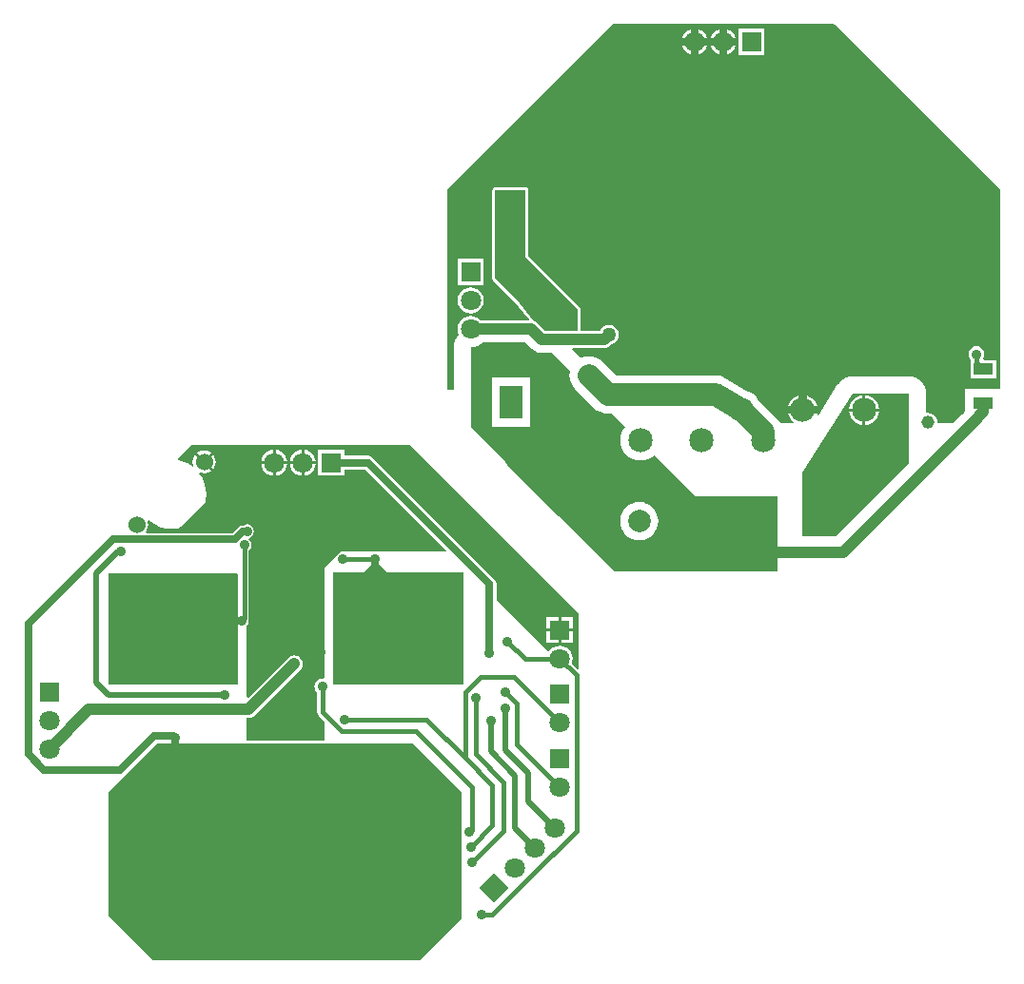
<source format=gtl>
G04 Layer_Physical_Order=1*
G04 Layer_Color=255*
%FSLAX44Y44*%
%MOMM*%
G71*
G01*
G75*
%ADD10R,1.8034X1.1120*%
%ADD11C,0.7000*%
%ADD12C,0.4000*%
%ADD13C,2.0000*%
%ADD14C,1.0000*%
%ADD15C,0.5000*%
%ADD16C,2.1590*%
%ADD17R,2.0000X3.0000*%
%ADD18R,2.0000X2.0000*%
%ADD19C,1.8000*%
%ADD20R,1.8000X1.8000*%
%ADD21R,1.8000X1.8000*%
%ADD22C,2.0000*%
%ADD23C,1.1684*%
%ADD24P,2.5456X4X90.0*%
%ADD25C,1.5240*%
%ADD26C,0.9000*%
%ADD27C,0.7000*%
%ADD28C,1.2700*%
%ADD29C,1.5000*%
G36*
X790000Y480000D02*
X725000Y415000D01*
X695000D01*
X695000Y471250D01*
X739517Y542000D01*
X790000D01*
Y480000D01*
D02*
G37*
G36*
X454441Y581401D02*
X456948Y579478D01*
X459867Y578269D01*
X463000Y577856D01*
X472144D01*
X488344Y561656D01*
X488246Y561333D01*
X487917Y558000D01*
X488246Y554667D01*
X489218Y551463D01*
X490796Y548510D01*
X492921Y545921D01*
X509921Y528921D01*
X509921Y528921D01*
X512509Y526797D01*
X515463Y525218D01*
X518667Y524246D01*
X522000Y523918D01*
X526082D01*
X537905Y512095D01*
X536132Y509934D01*
X534480Y506843D01*
X533462Y503488D01*
X533119Y500000D01*
X533462Y496511D01*
X534480Y493157D01*
X536132Y490066D01*
X538356Y487356D01*
X541066Y485132D01*
X544157Y483480D01*
X547512Y482462D01*
X551000Y482119D01*
X554488Y482462D01*
X557843Y483480D01*
X560934Y485132D01*
X563095Y486905D01*
X600089Y449911D01*
X672919Y449911D01*
X672988Y384240D01*
X672091Y383341D01*
X528455D01*
X480898Y430898D01*
X479171Y432224D01*
X478497Y432503D01*
X432503Y478497D01*
X432224Y479171D01*
X430898Y480898D01*
X400000Y511796D01*
Y583123D01*
X403136Y583432D01*
X406153Y584346D01*
X408932Y585832D01*
X410473Y587096D01*
X448746D01*
X454441Y581401D01*
D02*
G37*
G36*
X871115Y723391D02*
Y546102D01*
X840233D01*
Y526542D01*
X838748Y525057D01*
X837346Y523229D01*
X829116Y515000D01*
X816286D01*
X815448Y515955D01*
X815454Y516000D01*
X815166Y518188D01*
X814322Y520227D01*
X812978Y521978D01*
X811227Y523322D01*
X809188Y524166D01*
X807000Y524454D01*
X806027Y524326D01*
X805073Y525164D01*
Y542000D01*
X804783Y544940D01*
X803925Y547768D01*
X802532Y550374D01*
X800658Y552658D01*
X798374Y554532D01*
X795768Y555925D01*
X792941Y556783D01*
X790000Y557073D01*
X739517D01*
X739311Y557052D01*
X739104Y557067D01*
X737841Y556908D01*
X736576Y556783D01*
X736378Y556723D01*
X736172Y556697D01*
X734965Y556294D01*
X733749Y555925D01*
X733566Y555827D01*
X733369Y555762D01*
X732264Y555132D01*
X731143Y554532D01*
X730983Y554401D01*
X730803Y554298D01*
X729842Y553465D01*
X728859Y552658D01*
X728727Y552497D01*
X728571Y552362D01*
X727792Y551357D01*
X726984Y550374D01*
X726887Y550191D01*
X726760Y550027D01*
X709162Y522059D01*
X708029Y522644D01*
X708384Y523500D01*
X682416D01*
X683752Y520275D01*
X685889Y517489D01*
X687478Y516270D01*
X687047Y515000D01*
X675521D01*
X674403Y517090D01*
X672279Y519679D01*
X672279Y519679D01*
X656407Y535551D01*
X655668Y536934D01*
X653444Y539644D01*
X650734Y541868D01*
X647643Y543520D01*
X645380Y544206D01*
X626641Y555597D01*
X625461Y556165D01*
X624305Y556782D01*
X623954Y556889D01*
X623623Y557048D01*
X622354Y557374D01*
X621101Y557754D01*
X620736Y557790D01*
X620380Y557882D01*
X619072Y557954D01*
X617768Y558082D01*
X529075D01*
X517079Y570079D01*
X514490Y572203D01*
X511537Y573782D01*
X508332Y574754D01*
X505000Y575082D01*
X501667Y574754D01*
X498463Y573782D01*
X497857Y573458D01*
X490134Y581182D01*
X490620Y582355D01*
X518960D01*
X520928Y582614D01*
X521872Y583005D01*
X522762Y583374D01*
X524338Y584582D01*
X525060Y585304D01*
X525321Y585339D01*
X527483Y586235D01*
X529340Y587660D01*
X530765Y589517D01*
X531661Y591679D01*
X531967Y594000D01*
X531661Y596321D01*
X530765Y598483D01*
X529340Y600340D01*
X527483Y601765D01*
X525321Y602661D01*
X523000Y602967D01*
X520679Y602661D01*
X518517Y601765D01*
X516660Y600340D01*
X515235Y598483D01*
X514854Y597565D01*
X497590D01*
Y609000D01*
Y617000D01*
X497393Y617991D01*
X496831Y618831D01*
X487831Y627831D01*
X451590Y664073D01*
Y700000D01*
Y723000D01*
X451393Y723991D01*
X450831Y724831D01*
X449991Y725393D01*
X449000Y725590D01*
X422000D01*
X421009Y725393D01*
X420169Y724831D01*
X419607Y723991D01*
X419410Y723000D01*
Y644000D01*
X419607Y643009D01*
X420169Y642169D01*
X438086Y624252D01*
X451666Y607955D01*
X451128Y606805D01*
X408710D01*
X408230Y607430D01*
X405820Y609280D01*
X403013Y610443D01*
X400000Y610840D01*
X396987Y610443D01*
X394180Y609280D01*
X391770Y607430D01*
X389920Y605020D01*
X388757Y602212D01*
X388360Y599200D01*
X388757Y596188D01*
X389650Y594033D01*
X389342Y593781D01*
X388872Y593208D01*
X388349Y592685D01*
X387937Y592069D01*
X387468Y591497D01*
X387119Y590844D01*
X386707Y590228D01*
X386424Y589544D01*
X386075Y588891D01*
X385860Y588182D01*
X385576Y587498D01*
X385432Y586772D01*
X385217Y586063D01*
X385145Y585326D01*
X385000Y584600D01*
Y583859D01*
X384927Y583123D01*
Y545114D01*
X378885D01*
Y723391D01*
X526609Y871115D01*
X723391D01*
X871115Y723391D01*
D02*
G37*
G36*
X449000Y700000D02*
Y663000D01*
X486000Y626000D01*
X495000Y617000D01*
Y609000D01*
Y597565D01*
X466150D01*
X459138Y604578D01*
X457562Y605786D01*
X456466Y606240D01*
X440000Y626000D01*
X422000Y644000D01*
Y723000D01*
X449000D01*
Y700000D01*
D02*
G37*
G36*
X392000Y187000D02*
Y74000D01*
X354750Y36750D01*
X117605Y36750D01*
X78000Y76355D01*
Y163700D01*
Y187000D01*
X121011Y230011D01*
X348989D01*
X392000Y187000D01*
D02*
G37*
G36*
X496115Y346385D02*
Y296940D01*
X494942Y296454D01*
X490000Y301397D01*
X490493Y302588D01*
X490890Y305600D01*
X490493Y308612D01*
X489330Y311420D01*
X487480Y313830D01*
X485070Y315680D01*
X482262Y316843D01*
X479250Y317239D01*
X476237Y316843D01*
X473430Y315680D01*
X471020Y313830D01*
X469934Y312416D01*
X468667Y312333D01*
X422929Y358071D01*
Y372396D01*
X422460Y374752D01*
X421125Y376750D01*
X313471Y484405D01*
X311473Y485740D01*
X309116Y486208D01*
X287590D01*
Y491590D01*
X264510D01*
Y468510D01*
X287590D01*
Y473892D01*
X306565D01*
X378284Y402173D01*
X377798Y401000D01*
X284750D01*
X283656Y399906D01*
X283561Y399887D01*
X281494Y398506D01*
X280113Y396439D01*
X280094Y396344D01*
X270308Y386558D01*
X270308Y288942D01*
X269038Y287964D01*
X268000Y288101D01*
X266162Y287859D01*
X264450Y287149D01*
X262979Y286021D01*
X261851Y284550D01*
X261141Y282838D01*
X260899Y281000D01*
X261141Y279162D01*
X261851Y277450D01*
X262979Y275979D01*
X263371Y275678D01*
Y258000D01*
X263371Y258000D01*
X263723Y256229D01*
X264727Y254727D01*
X270308Y249146D01*
Y232250D01*
X201000Y232250D01*
Y252895D01*
X202500D01*
X204468Y253154D01*
X206303Y253914D01*
X207878Y255122D01*
X248378Y295622D01*
X249586Y297197D01*
X250346Y299032D01*
X250605Y301000D01*
X250346Y302968D01*
X249586Y304802D01*
X248378Y306378D01*
X246803Y307586D01*
X244968Y308346D01*
X243000Y308605D01*
X241032Y308346D01*
X239197Y307586D01*
X237622Y306378D01*
X202173Y270928D01*
X201000Y271415D01*
X201000Y335233D01*
X201887Y336561D01*
X202372Y339000D01*
X202099Y340373D01*
X202323Y341500D01*
Y401579D01*
X203319Y402244D01*
X204700Y404311D01*
X205185Y406750D01*
X204700Y409189D01*
X203319Y411256D01*
X202652Y411702D01*
X202920Y413050D01*
X203461Y413158D01*
X205529Y414539D01*
X206910Y416606D01*
X207395Y419045D01*
X206910Y421484D01*
X205529Y423551D01*
X203461Y424932D01*
X201022Y425418D01*
X198584Y424932D01*
X197784Y424398D01*
X197319D01*
X195270Y423990D01*
X193534Y422830D01*
X188057Y417353D01*
X111539D01*
X110913Y418623D01*
X111875Y419876D01*
X112899Y422348D01*
X113248Y425000D01*
X112899Y427652D01*
X112703Y428123D01*
X113760Y428891D01*
X115901Y427063D01*
X120057Y424515D01*
X124562Y422650D01*
X129302Y421512D01*
X134162Y421129D01*
X138786Y421493D01*
X139023Y421512D01*
X140021Y421751D01*
X140015Y421783D01*
X140782Y421935D01*
X142042Y422777D01*
X163223Y443958D01*
X164065Y445218D01*
X164219Y445995D01*
X164254Y445988D01*
X164475Y446908D01*
X164501Y447230D01*
X164858Y451776D01*
X164475Y456644D01*
X163335Y461392D01*
X161467Y465903D01*
X158915Y470067D01*
X158580Y470459D01*
X159348Y471516D01*
X160348Y471101D01*
X163000Y470752D01*
X165652Y471101D01*
X168124Y472125D01*
X169230Y472974D01*
X162102Y480102D01*
X154974Y487230D01*
X154125Y486124D01*
X153102Y483652D01*
X152752Y481000D01*
X153102Y478348D01*
X153512Y477356D01*
X152456Y476588D01*
X152031Y476951D01*
X147868Y479502D01*
X143356Y481371D01*
X139715Y482245D01*
X139320Y483646D01*
X151789Y496115D01*
X346385D01*
X496115Y346385D01*
D02*
G37*
G36*
X325250Y382500D02*
X393625Y382500D01*
Y350000D01*
Y283000D01*
X278000Y283000D01*
Y382500D01*
X305250D01*
X311750Y389000D01*
X318750Y389000D01*
X325250Y382500D01*
D02*
G37*
G36*
X130963Y381963D02*
X157037Y381962D01*
X192102Y381963D01*
X193000Y381065D01*
Y283000D01*
X78115D01*
Y381963D01*
X130963Y381963D01*
D02*
G37*
%LPC*%
G36*
X763283Y525730D02*
X751270D01*
Y513717D01*
X753481Y514008D01*
X756725Y515352D01*
X759511Y517489D01*
X761648Y520275D01*
X762992Y523519D01*
X763283Y525730D01*
D02*
G37*
G36*
X748730Y540283D02*
X746519Y539992D01*
X743275Y538648D01*
X740489Y536511D01*
X738352Y533725D01*
X737008Y530481D01*
X736717Y528270D01*
X748730D01*
Y540283D01*
D02*
G37*
G36*
Y525730D02*
X736717D01*
X737008Y523519D01*
X738352Y520275D01*
X740489Y517489D01*
X743275Y515352D01*
X746519Y514008D01*
X748730Y513717D01*
Y525730D01*
D02*
G37*
G36*
X751270Y540283D02*
Y528270D01*
X763283D01*
X762992Y530481D01*
X761648Y533725D01*
X759511Y536511D01*
X756725Y538648D01*
X753481Y539992D01*
X751270Y540283D01*
D02*
G37*
G36*
X550000Y445082D02*
X546667Y444754D01*
X543463Y443782D01*
X540510Y442203D01*
X537921Y440079D01*
X535797Y437490D01*
X534218Y434537D01*
X533246Y431333D01*
X532918Y428000D01*
X533246Y424667D01*
X534218Y421463D01*
X535797Y418510D01*
X537921Y415921D01*
X540510Y413797D01*
X543463Y412218D01*
X546667Y411246D01*
X550000Y410918D01*
X553333Y411246D01*
X556537Y412218D01*
X559490Y413797D01*
X562079Y415921D01*
X564203Y418510D01*
X565782Y421463D01*
X566754Y424667D01*
X567082Y428000D01*
X566754Y431333D01*
X565782Y434537D01*
X564203Y437490D01*
X562079Y440079D01*
X559490Y442203D01*
X556537Y443782D01*
X553333Y444754D01*
X550000Y445082D01*
D02*
G37*
G36*
X453000Y556000D02*
X419000D01*
Y512000D01*
X453000D01*
Y556000D01*
D02*
G37*
G36*
X621100Y851500D02*
X613559D01*
X614520Y849180D01*
X616370Y846770D01*
X618780Y844920D01*
X621100Y843959D01*
Y851500D01*
D02*
G37*
G36*
X610241D02*
X602700D01*
Y843959D01*
X605020Y844920D01*
X607430Y846770D01*
X609280Y849180D01*
X610241Y851500D01*
D02*
G37*
G36*
X595700D02*
X588159D01*
X589120Y849180D01*
X590970Y846770D01*
X593380Y844920D01*
X595700Y843959D01*
Y851500D01*
D02*
G37*
G36*
X411540Y661540D02*
X388460D01*
Y638460D01*
X411540D01*
Y661540D01*
D02*
G37*
G36*
X661540Y866540D02*
X638460D01*
Y843460D01*
X661540D01*
Y866540D01*
D02*
G37*
G36*
X602700Y866041D02*
Y858500D01*
X610241D01*
X609280Y860820D01*
X607430Y863230D01*
X605020Y865080D01*
X602700Y866041D01*
D02*
G37*
G36*
X628100D02*
Y858500D01*
X635641D01*
X634680Y860820D01*
X632830Y863230D01*
X630420Y865080D01*
X628100Y866041D01*
D02*
G37*
G36*
X621100Y866041D02*
X618780Y865080D01*
X616370Y863230D01*
X614520Y860820D01*
X613559Y858500D01*
X621100D01*
Y866041D01*
D02*
G37*
G36*
X635641Y851500D02*
X628100D01*
Y843959D01*
X630420Y844920D01*
X632830Y846770D01*
X634680Y849180D01*
X635641Y851500D01*
D02*
G37*
G36*
X595700Y866041D02*
X593380Y865080D01*
X590970Y863230D01*
X589120Y860820D01*
X588159Y858500D01*
X595700D01*
Y866041D01*
D02*
G37*
G36*
X850000Y583879D02*
X848162Y583637D01*
X846450Y582927D01*
X844979Y581799D01*
X843851Y580328D01*
X843141Y578616D01*
X842899Y576778D01*
X843141Y574940D01*
X843851Y573228D01*
X844258Y572696D01*
X844693Y571558D01*
X844693Y571558D01*
X844693Y571558D01*
Y555358D01*
X867807D01*
Y571558D01*
X856469D01*
X855843Y572828D01*
X856149Y573228D01*
X856859Y574940D01*
X857101Y576778D01*
X856859Y578616D01*
X856149Y580328D01*
X855021Y581799D01*
X853550Y582927D01*
X851838Y583637D01*
X850000Y583879D01*
D02*
G37*
G36*
X400000Y636240D02*
X396987Y635843D01*
X394180Y634680D01*
X391770Y632830D01*
X389920Y630420D01*
X388757Y627612D01*
X388360Y624600D01*
X388757Y621587D01*
X389920Y618780D01*
X391770Y616370D01*
X394180Y614520D01*
X396987Y613357D01*
X400000Y612960D01*
X403013Y613357D01*
X405820Y614520D01*
X408230Y616370D01*
X410080Y618780D01*
X411243Y621587D01*
X411640Y624600D01*
X411243Y627612D01*
X410080Y630420D01*
X408230Y632830D01*
X405820Y634680D01*
X403013Y635843D01*
X400000Y636240D01*
D02*
G37*
G36*
X698900Y539984D02*
Y530500D01*
X708384D01*
X707048Y533725D01*
X704911Y536511D01*
X702125Y538648D01*
X698900Y539984D01*
D02*
G37*
G36*
X691900D02*
X688675Y538648D01*
X685889Y536511D01*
X683752Y533725D01*
X682416Y530500D01*
X691900D01*
Y539984D01*
D02*
G37*
G36*
X251920Y491522D02*
Y481320D01*
X262122D01*
X261893Y483063D01*
X260730Y485870D01*
X258880Y488280D01*
X256470Y490130D01*
X253662Y491293D01*
X251920Y491522D01*
D02*
G37*
G36*
X171026Y487230D02*
X164796Y481000D01*
X171026Y474770D01*
X171875Y475876D01*
X172899Y478348D01*
X173248Y481000D01*
X172899Y483652D01*
X171875Y486124D01*
X171026Y487230D01*
D02*
G37*
G36*
X262122Y478780D02*
X251920D01*
Y468578D01*
X253662Y468807D01*
X256470Y469970D01*
X258880Y471820D01*
X260730Y474230D01*
X261893Y477038D01*
X262122Y478780D01*
D02*
G37*
G36*
X223980Y491522D02*
X222237Y491293D01*
X219430Y490130D01*
X217020Y488280D01*
X215170Y485870D01*
X214007Y483063D01*
X213778Y481320D01*
X223980D01*
Y491522D01*
D02*
G37*
G36*
X249380D02*
X247637Y491293D01*
X244830Y490130D01*
X242419Y488280D01*
X240570Y485870D01*
X239407Y483063D01*
X239178Y481320D01*
X249380D01*
Y491522D01*
D02*
G37*
G36*
X226520Y491522D02*
Y481320D01*
X236722D01*
X236493Y483063D01*
X235330Y485870D01*
X233480Y488280D01*
X231070Y490130D01*
X228263Y491293D01*
X226520Y491522D01*
D02*
G37*
G36*
X236722Y478780D02*
X226520D01*
Y468578D01*
X228263Y468807D01*
X231070Y469970D01*
X233480Y471820D01*
X235330Y474230D01*
X236493Y477038D01*
X236722Y478780D01*
D02*
G37*
G36*
X477980Y342540D02*
X467710D01*
Y332270D01*
X477980D01*
Y342540D01*
D02*
G37*
G36*
X490790Y329730D02*
X480520D01*
Y319460D01*
X490790D01*
Y329730D01*
D02*
G37*
G36*
X477980D02*
X467710D01*
Y319460D01*
X477980D01*
Y329730D01*
D02*
G37*
G36*
X490790Y342540D02*
X480520D01*
Y332270D01*
X490790D01*
Y342540D01*
D02*
G37*
G36*
X249380Y478780D02*
X239178D01*
X239407Y477038D01*
X240570Y474230D01*
X242419Y471820D01*
X244830Y469970D01*
X247637Y468807D01*
X249380Y468578D01*
Y478780D01*
D02*
G37*
G36*
X223980D02*
X213778D01*
X214007Y477038D01*
X215170Y474230D01*
X217020Y471820D01*
X219430Y469970D01*
X222237Y468807D01*
X223980Y468578D01*
Y478780D01*
D02*
G37*
G36*
X163000Y491248D02*
X160348Y490899D01*
X157876Y489875D01*
X156770Y489026D01*
X163000Y482796D01*
X169230Y489026D01*
X168124Y489875D01*
X165652Y490899D01*
X163000Y491248D01*
D02*
G37*
%LPD*%
D10*
X856250Y533542D02*
D03*
Y563458D02*
D03*
D11*
X135500Y237000D02*
X137500Y235000D01*
X118500Y237000D02*
X135500D01*
X88250Y206750D02*
X118500Y237000D01*
X20250Y206750D02*
X88250D01*
X276050Y480050D02*
X309116D01*
X416770Y310765D02*
Y372396D01*
X309116Y480050D02*
X416770Y372396D01*
X315250Y359500D02*
Y394000D01*
X182000Y339000D02*
X196000D01*
X190274Y412000D02*
X197319Y419045D01*
X201022D01*
X6520Y220480D02*
Y336520D01*
X82000Y412000D01*
X190274D01*
X6520Y220480D02*
X20250Y206750D01*
X137500Y211500D02*
Y235000D01*
D12*
X850000Y569708D02*
X856250Y563458D01*
X850000Y569708D02*
Y576778D01*
X453110Y111327D02*
X494190Y152407D01*
X410000Y78000D02*
X419213D01*
X452540Y111327D01*
X453110D01*
X438100Y289750D02*
X479250Y248600D01*
X404250Y220750D02*
X429250Y195750D01*
X404250Y220750D02*
Y270500D01*
X408750Y289750D02*
X438100D01*
X441250Y229500D02*
X479250Y191500D01*
X441250Y229500D02*
Y265750D01*
X431000Y276000D02*
X441250Y265750D01*
X395000Y217000D02*
Y276000D01*
X408750Y289750D01*
X395000Y217000D02*
X419000Y193000D01*
X401000Y124000D02*
X429250Y152250D01*
Y195750D01*
X400000Y138000D02*
X419000Y157000D01*
Y193000D01*
X361000Y251000D02*
X395000Y217000D01*
X288000Y251000D02*
X361000D01*
X268000Y258000D02*
Y281000D01*
Y258000D02*
X285000Y241000D01*
X351000D01*
X401000Y191000D01*
Y153000D02*
Y191000D01*
X399000Y151000D02*
X401000Y153000D01*
X196000Y339000D02*
X198500Y341500D01*
X286000Y394000D02*
X315250D01*
X198500Y341500D02*
Y406750D01*
X198813D01*
X433000Y321000D02*
X448400Y305600D01*
X479250D01*
X494190Y152407D02*
Y290660D01*
X479250Y305600D02*
X494190Y290660D01*
D13*
X640800Y527000D02*
X660200Y507600D01*
X617768Y541000D02*
X640800Y527000D01*
X522000Y541000D02*
X617768D01*
X505000Y558000D02*
X522000Y541000D01*
X660200Y500000D02*
Y507600D01*
D14*
X847307Y516074D02*
Y516499D01*
X856250Y525442D02*
Y533542D01*
X847307Y516499D02*
X856250Y525442D01*
X731233Y400000D02*
X847307Y516074D01*
X400000Y599200D02*
X453760D01*
X463000Y589960D01*
X670000Y400000D02*
X731233D01*
X665000Y405000D02*
X670000Y400000D01*
X463000Y589960D02*
X518960D01*
X523000Y594000D01*
X24950Y225250D02*
X60200Y260500D01*
X202500D01*
X243000Y301000D01*
D15*
X78000Y273000D02*
X181250D01*
X66500Y284500D02*
Y381500D01*
Y284500D02*
X78000Y273000D01*
X431000Y223868D02*
Y261000D01*
X451000Y178842D02*
X474921Y154921D01*
X451000Y178842D02*
Y203868D01*
X431000Y223868D02*
X451000Y203868D01*
X418000Y223000D02*
Y250000D01*
X103000Y425000D02*
X105795Y427795D01*
X66500Y381500D02*
X86000Y401000D01*
X89000D01*
X439500Y154421D02*
X456960Y136960D01*
X439500Y154421D02*
Y201500D01*
X418000Y223000D02*
X439500Y201500D01*
D16*
X640800Y527000D02*
D03*
X695400D02*
D03*
X750000D02*
D03*
X551000Y500000D02*
D03*
X605600D02*
D03*
X660200D02*
D03*
D17*
X436000Y571000D02*
D03*
Y534000D02*
D03*
D18*
X435000Y713000D02*
D03*
X435000Y738000D02*
D03*
D19*
X24950Y225250D02*
D03*
Y250650D02*
D03*
X400000Y599200D02*
D03*
Y624600D02*
D03*
X599200Y855000D02*
D03*
X624600D02*
D03*
X474921Y154921D02*
D03*
X456960Y136960D02*
D03*
X439000Y119000D02*
D03*
X225250Y480050D02*
D03*
X250650D02*
D03*
X479250Y248600D02*
D03*
Y191500D02*
D03*
X479250Y305600D02*
D03*
D20*
X24950Y276050D02*
D03*
X400000Y650000D02*
D03*
X479250Y274000D02*
D03*
Y216900D02*
D03*
X479250Y331000D02*
D03*
D21*
X650000Y855000D02*
D03*
X276050Y480050D02*
D03*
D22*
X600000Y428000D02*
D03*
X550000D02*
D03*
X707000D02*
D03*
X657000D02*
D03*
D23*
X753967Y462967D02*
D03*
X807000Y516000D02*
D03*
D24*
X421040Y101039D02*
D03*
D25*
X103000Y425000D02*
D03*
X163000Y481000D02*
D03*
D26*
X247750Y351000D02*
D03*
X246500Y425000D02*
D03*
X296000Y444000D02*
D03*
X422500Y397500D02*
D03*
X400000Y420000D02*
D03*
X373000Y447000D02*
D03*
X352500Y467500D02*
D03*
X362000Y409000D02*
D03*
X329000Y438000D02*
D03*
X431000Y276000D02*
D03*
X850000Y576778D02*
D03*
X431000Y261000D02*
D03*
X418000Y250000D02*
D03*
X410000Y78000D02*
D03*
X243000Y301000D02*
D03*
X181250Y273000D02*
D03*
X433000Y321000D02*
D03*
X416770Y310765D02*
D03*
X404250Y270500D02*
D03*
X401000Y124000D02*
D03*
X400000Y138000D02*
D03*
X266250Y311250D02*
D03*
X288000Y251000D02*
D03*
X268000Y281000D02*
D03*
X399000Y151000D02*
D03*
X286000Y394000D02*
D03*
X196000Y339000D02*
D03*
X230750Y338500D02*
D03*
X214000Y351250D02*
D03*
X89000Y401000D02*
D03*
X262000Y410250D02*
D03*
X214000Y308750D02*
D03*
X315250Y394000D02*
D03*
X201022Y419045D02*
D03*
X198813Y406750D02*
D03*
X207000Y285250D02*
D03*
X137500Y235000D02*
D03*
X232000Y242500D02*
D03*
D27*
X483000Y610000D02*
D03*
Y601000D02*
D03*
X474000Y610000D02*
D03*
Y601000D02*
D03*
X508000Y627000D02*
D03*
X497000Y642000D02*
D03*
X503000Y713000D02*
D03*
X508000Y615000D02*
D03*
X545000Y580000D02*
D03*
X521000Y579000D02*
D03*
D28*
X523000Y594000D02*
D03*
D29*
X505000Y558000D02*
D03*
M02*

</source>
